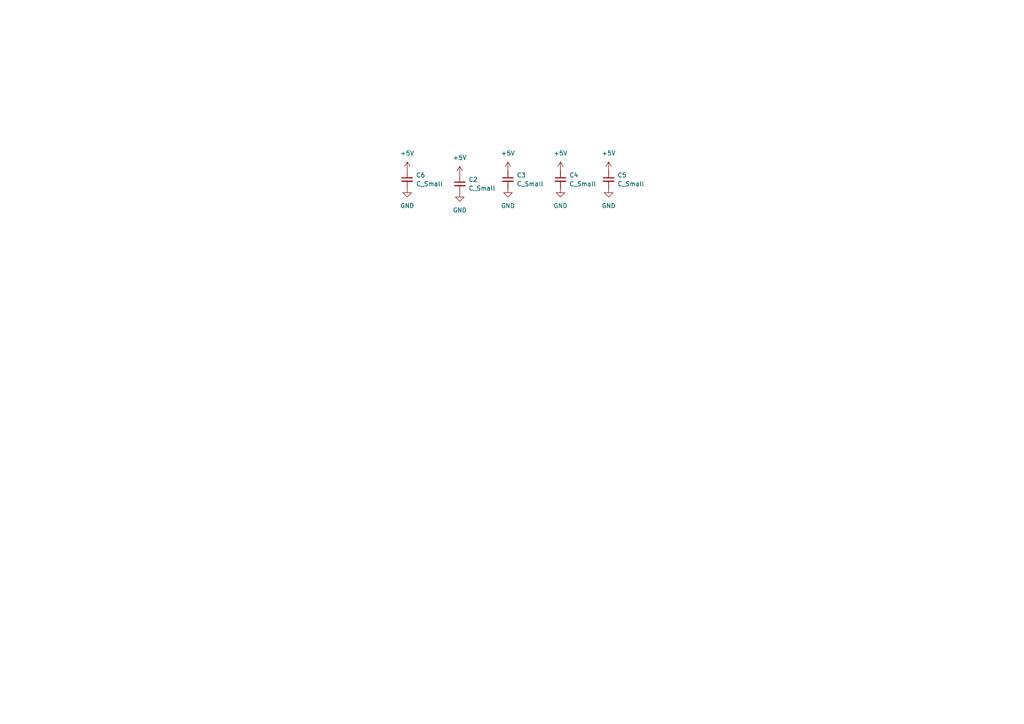
<source format=kicad_sch>
(kicad_sch (version 20231120) (generator "eeschema") (generator_version "8.0")
  (paper "A4")
  (lib_symbols
    (symbol "Device:C_Small" (pin_numbers hide) (pin_names (offset 0.254) hide)
      (property "Reference" "C" (at 0.254 1.778 0))
      (property "Value" "C_Small" (at 0.254 -2.032 0))
      (symbol "C_Small_0_1"
        (polyline (pts (xy -1.524 -0.508) (xy 1.524 -0.508)) (stroke (width 0.3302)))
        (polyline (pts (xy -1.524 0.508) (xy 1.524 0.508)) (stroke (width 0.3048)))
      )
      (symbol "C_Small_1_1"
        (pin passive line (at 0 2.54 270) (length 2.032) (name "~") (number "1"))
        (pin passive line (at 0 -2.54 90) (length 2.032) (name "~") (number "2"))
      )
    )
    (symbol "power:+5V" (power) (pin_numbers hide) (pin_names (offset 0) hide)
      (property "Value" "+5V" (at 0 3.556 0))
      (symbol "+5V_0_1"
        (polyline (pts (xy -0.762 1.27) (xy 0 2.54)))
        (polyline (pts (xy 0 0) (xy 0 2.54)))
        (polyline (pts (xy 0 2.54) (xy 0.762 1.27)))
      )
      (symbol "+5V_1_1"
        (pin power_in line (at 0 0 90) (length 0) (name "~") (number "1"))
      )
    )
    (symbol "power:GND" (power) (pin_numbers hide) (pin_names (offset 0) hide)
      (property "Value" "GND" (at 0 -3.81 0))
      (symbol "GND_0_1"
        (polyline (pts (xy 0 0) (xy 0 -1.27) (xy 1.27 -1.27) (xy 0 -2.54) (xy -1.27 -1.27) (xy 0 -1.27)))
      )
      (symbol "GND_1_1"
        (pin power_in line (at 0 0 270) (length 0) (name "~") (number "1"))
      )
    )
  )
  (symbol (lib_id "power:GND") (at 118.11 54.61 0) (unit 1)
    (property "Reference" "#PWR02090" (effects (hide yes)))
    (property "Value" "GND" (at 118.11 59.69 0))
    (property "Description" "Power symbol creates a global label with name \"GND\" , ground" (effects (hide yes)))
    (instances (project "pixel_grid" (path "" (reference "#PWR02090") (unit 1)) (path "" (reference "#PWR02100") (unit 1)) (path "" (reference "#PWR02110") (unit 1)) (path "" (reference "#PWR02120") (unit 1)) (path "" (reference "#PWR02080") (unit 1))))
  )
  (symbol (lib_id "power:GND") (at 176.53 54.61 0) (unit 1)
    (property "Reference" "#PWR02088" (effects (hide yes)))
    (property "Value" "GND" (at 176.53 59.69 0))
    (property "Description" "Power symbol creates a global label with name \"GND\" , ground" (effects (hide yes)))
    (instances (project "pixel_grid" (path "" (reference "#PWR02088") (unit 1)) (path "" (reference "#PWR02098") (unit 1)) (path "" (reference "#PWR02108") (unit 1)) (path "" (reference "#PWR02118") (unit 1)) (path "" (reference "#PWR02128") (unit 1))))
  )
  (symbol (lib_id "power:GND") (at 133.35 55.88 0) (unit 1)
    (property "Reference" "#PWR02082" (effects (hide yes)))
    (property "Value" "GND" (at 133.35 60.96 0))
    (property "Description" "Power symbol creates a global label with name \"GND\" , ground" (effects (hide yes)))
    (instances (project "pixel_grid" (path "" (reference "#PWR02082") (unit 1)) (path "" (reference "#PWR02092") (unit 1)) (path "" (reference "#PWR02102") (unit 1)) (path "" (reference "#PWR02112") (unit 1)) (path "" (reference "#PWR02122") (unit 1))))
  )
  (symbol (lib_id "Device:C_Small") (at 147.32 52.07 0) (unit 1)
    (property "Reference" "C3" (at 149.86 50.8062 0) (effects (justify left)))
    (property "Value" "C_Small" (at 149.86 53.3462 0) (effects (justify left)))
    (property "Footprint" "Capacitor_SMD:C_1206_3216Metric_Pad1.33x1.80mm_HandSolder" (effects (hide yes)))
    (property "Description" "Unpolarized capacitor, small symbol" (effects (hide yes)))
    (instances (project "pixel_grid" (path "" (reference "C3") (unit 1)) (path "" (reference "C8") (unit 1)) (path "" (reference "C13") (unit 1)) (path "" (reference "C18") (unit 1)) (path "" (reference "C23") (unit 1))))
  )
  (symbol (lib_id "Device:C_Small") (at 176.53 52.07 0) (unit 1)
    (property "Reference" "C5" (at 179.07 50.8062 0) (effects (justify left)))
    (property "Value" "C_Small" (at 179.07 53.3462 0) (effects (justify left)))
    (property "Footprint" "Capacitor_SMD:C_1206_3216Metric_Pad1.33x1.80mm_HandSolder" (effects (hide yes)))
    (property "Description" "Unpolarized capacitor, small symbol" (effects (hide yes)))
    (instances (project "pixel_grid" (path "" (reference "C5") (unit 1)) (path "" (reference "C10") (unit 1)) (path "" (reference "C15") (unit 1)) (path "" (reference "C20") (unit 1)) (path "" (reference "C25") (unit 1))))
  )
  (symbol (lib_id "power:+5V") (at 118.11 49.53 0) (unit 1)
    (property "Reference" "#PWR02089" (effects (hide yes)))
    (property "Value" "+5V" (at 118.11 44.45 0))
    (property "Description" "Power symbol creates a global label with name \"+5V\"" (effects (hide yes)))
    (instances (project "pixel_grid" (path "" (reference "#PWR02089") (unit 1)) (path "" (reference "#PWR02099") (unit 1)) (path "" (reference "#PWR02109") (unit 1)) (path "" (reference "#PWR02119") (unit 1)) (path "" (reference "#PWR02079") (unit 1))))
  )
  (symbol (lib_id "power:GND") (at 147.32 54.61 0) (unit 1)
    (property "Reference" "#PWR02084" (effects (hide yes)))
    (property "Value" "GND" (at 147.32 59.69 0))
    (property "Description" "Power symbol creates a global label with name \"GND\" , ground" (effects (hide yes)))
    (instances (project "pixel_grid" (path "" (reference "#PWR02084") (unit 1)) (path "" (reference "#PWR02094") (unit 1)) (path "" (reference "#PWR02104") (unit 1)) (path "" (reference "#PWR02114") (unit 1)) (path "" (reference "#PWR02124") (unit 1))))
  )
  (symbol (lib_id "power:+5V") (at 133.35 50.8 0) (unit 1)
    (property "Reference" "#PWR02081" (effects (hide yes)))
    (property "Value" "+5V" (at 133.35 45.72 0))
    (property "Description" "Power symbol creates a global label with name \"+5V\"" (effects (hide yes)))
    (instances (project "pixel_grid" (path "" (reference "#PWR02081") (unit 1)) (path "" (reference "#PWR02091") (unit 1)) (path "" (reference "#PWR02101") (unit 1)) (path "" (reference "#PWR02111") (unit 1)) (path "" (reference "#PWR02121") (unit 1))))
  )
  (symbol (lib_id "Device:C_Small") (at 133.35 53.34 0) (unit 1)
    (property "Reference" "C2" (at 135.89 52.0762 0) (effects (justify left)))
    (property "Value" "C_Small" (at 135.89 54.6162 0) (effects (justify left)))
    (property "Footprint" "Capacitor_SMD:C_1206_3216Metric_Pad1.33x1.80mm_HandSolder" (effects (hide yes)))
    (property "Description" "Unpolarized capacitor, small symbol" (effects (hide yes)))
    (instances (project "pixel_grid" (path "" (reference "C2") (unit 1)) (path "" (reference "C7") (unit 1)) (path "" (reference "C12") (unit 1)) (path "" (reference "C17") (unit 1)) (path "" (reference "C22") (unit 1))))
  )
  (symbol (lib_id "power:+5V") (at 162.56 49.53 0) (unit 1)
    (property "Reference" "#PWR02085" (effects (hide yes)))
    (property "Value" "+5V" (at 162.56 44.45 0))
    (property "Description" "Power symbol creates a global label with name \"+5V\"" (effects (hide yes)))
    (instances (project "pixel_grid" (path "" (reference "#PWR02085") (unit 1)) (path "" (reference "#PWR02095") (unit 1)) (path "" (reference "#PWR02105") (unit 1)) (path "" (reference "#PWR02115") (unit 1)) (path "" (reference "#PWR02125") (unit 1))))
  )
  (symbol (lib_id "Device:C_Small") (at 162.56 52.07 0) (unit 1)
    (property "Reference" "C4" (at 165.1 50.8062 0) (effects (justify left)))
    (property "Value" "C_Small" (at 165.1 53.3462 0) (effects (justify left)))
    (property "Footprint" "Capacitor_SMD:C_1206_3216Metric_Pad1.33x1.80mm_HandSolder" (effects (hide yes)))
    (property "Description" "Unpolarized capacitor, small symbol" (effects (hide yes)))
    (instances (project "pixel_grid" (path "" (reference "C4") (unit 1)) (path "" (reference "C9") (unit 1)) (path "" (reference "C14") (unit 1)) (path "" (reference "C19") (unit 1)) (path "" (reference "C24") (unit 1))))
  )
  (symbol (lib_id "Device:C_Small") (at 118.11 52.07 0) (unit 1)
    (property "Reference" "C6" (at 120.65 50.8062 0) (effects (justify left)))
    (property "Value" "C_Small" (at 120.65 53.3462 0) (effects (justify left)))
    (property "Footprint" "Capacitor_SMD:C_1206_3216Metric_Pad1.33x1.80mm_HandSolder" (effects (hide yes)))
    (property "Description" "Unpolarized capacitor, small symbol" (effects (hide yes)))
    (instances (project "pixel_grid" (path "" (reference "C6") (unit 1)) (path "" (reference "C11") (unit 1)) (path "" (reference "C16") (unit 1)) (path "" (reference "C21") (unit 1)) (path "" (reference "C1") (unit 1))))
  )
  (symbol (lib_id "power:GND") (at 162.56 54.61 0) (unit 1)
    (property "Reference" "#PWR02086" (effects (hide yes)))
    (property "Value" "GND" (at 162.56 59.69 0))
    (property "Description" "Power symbol creates a global label with name \"GND\" , ground" (effects (hide yes)))
    (instances (project "pixel_grid" (path "" (reference "#PWR02086") (unit 1)) (path "" (reference "#PWR02096") (unit 1)) (path "" (reference "#PWR02106") (unit 1)) (path "" (reference "#PWR02116") (unit 1)) (path "" (reference "#PWR02126") (unit 1))))
  )
  (symbol (lib_id "power:+5V") (at 147.32 49.53 0) (unit 1)
    (property "Reference" "#PWR02083" (effects (hide yes)))
    (property "Value" "+5V" (at 147.32 44.45 0))
    (property "Description" "Power symbol creates a global label with name \"+5V\"" (effects (hide yes)))
    (instances (project "pixel_grid" (path "" (reference "#PWR02083") (unit 1)) (path "" (reference "#PWR02093") (unit 1)) (path "" (reference "#PWR02103") (unit 1)) (path "" (reference "#PWR02113") (unit 1)) (path "" (reference "#PWR02123") (unit 1))))
  )
  (symbol (lib_id "power:+5V") (at 176.53 49.53 0) (unit 1)
    (property "Reference" "#PWR02087" (effects (hide yes)))
    (property "Value" "+5V" (at 176.53 44.45 0))
    (property "Description" "Power symbol creates a global label with name \"+5V\"" (effects (hide yes)))
    (instances (project "pixel_grid" (path "" (reference "#PWR02087") (unit 1)) (path "" (reference "#PWR02097") (unit 1)) (path "" (reference "#PWR02107") (unit 1)) (path "" (reference "#PWR02117") (unit 1)) (path "" (reference "#PWR02127") (unit 1))))
  )
)
</source>
